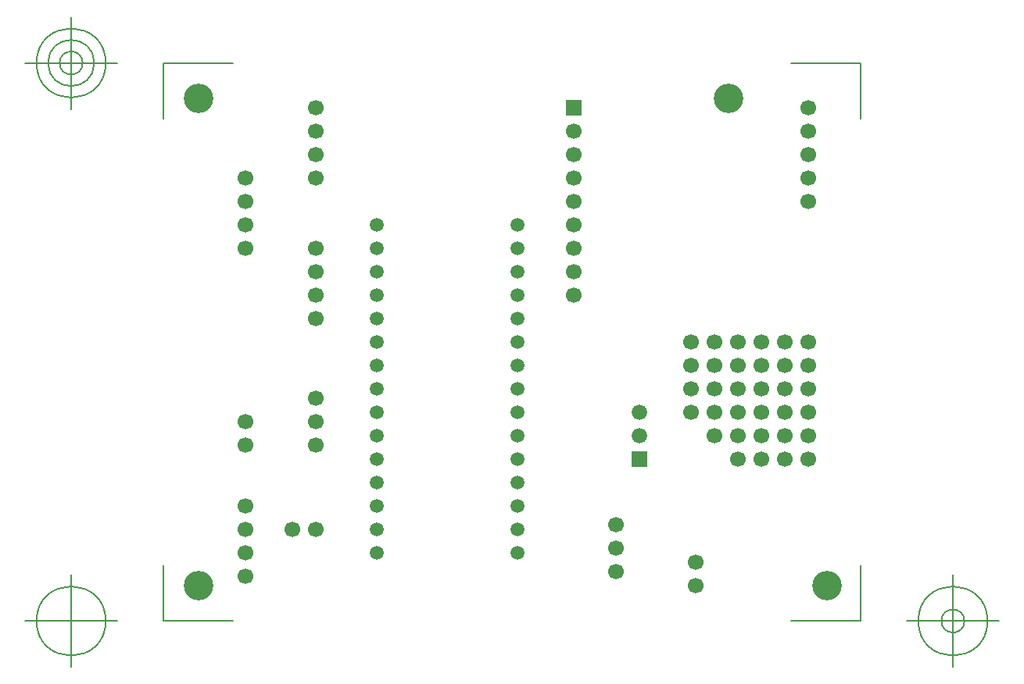
<source format=gbr>
G04 Generated by Ultiboard 14.2 *
%FSLAX34Y34*%
%MOMM*%

%ADD10C,0.0001*%
%ADD11C,0.1270*%
%ADD12C,3.2000*%
%ADD13C,1.7000*%
%ADD14R,1.7000X1.7000*%
%ADD15C,1.5000*%
%ADD16C,1.6764*%
%ADD17R,1.6764X1.6764*%


G04 ColorRGB 9900CC for the following layer *
%LNL_uc100f6tstoppmaske unten*%
%LPD*%
G54D10*
G54D11*
X-2540Y-2540D02*
X-2540Y57968D01*
X-2540Y-2540D02*
X72968Y-2540D01*
X752540Y-2540D02*
X677032Y-2540D01*
X752540Y-2540D02*
X752540Y57968D01*
X752540Y602540D02*
X752540Y542032D01*
X752540Y602540D02*
X677032Y602540D01*
X-2540Y602540D02*
X72968Y602540D01*
X-2540Y602540D02*
X-2540Y542032D01*
X-52540Y-2540D02*
X-152540Y-2540D01*
X-102540Y-52540D02*
X-102540Y47460D01*
X-140040Y-2540D02*
G75*
D01*
G02X-140040Y-2540I37500J0*
G01*
X802540Y-2540D02*
X902540Y-2540D01*
X852540Y-52540D02*
X852540Y47460D01*
X815040Y-2540D02*
G75*
D01*
G02X815040Y-2540I37500J0*
G01*
X840040Y-2540D02*
G75*
D01*
G02X840040Y-2540I12500J0*
G01*
X-52540Y602540D02*
X-152540Y602540D01*
X-102540Y552540D02*
X-102540Y652540D01*
X-140040Y602540D02*
G75*
D01*
G02X-140040Y602540I37500J0*
G01*
X-127540Y602540D02*
G75*
D01*
G02X-127540Y602540I25000J0*
G01*
X-115040Y602540D02*
G75*
D01*
G02X-115040Y602540I12500J0*
G01*
G54D12*
X35560Y35560D03*
X35560Y563880D03*
X716280Y35560D03*
X609600Y563880D03*
G54D13*
X441960Y528320D03*
X441960Y502920D03*
X441960Y477520D03*
X441960Y452120D03*
X441960Y426720D03*
X441960Y401320D03*
X441960Y375920D03*
X441960Y350520D03*
X695960Y452120D03*
X695960Y553720D03*
X695960Y528320D03*
X695960Y502920D03*
X695960Y477520D03*
X86360Y45720D03*
X86360Y71120D03*
X86360Y96520D03*
X86360Y121920D03*
X574040Y35560D03*
X574040Y60960D03*
X137160Y96520D03*
X162560Y96520D03*
X162560Y187960D03*
X162560Y213360D03*
X162560Y238760D03*
X86360Y187960D03*
X86360Y213360D03*
X162560Y325120D03*
X162560Y350520D03*
X162560Y375920D03*
X162560Y401320D03*
X86360Y477520D03*
X86360Y452120D03*
X86360Y426720D03*
X86360Y401320D03*
X162560Y477520D03*
X162560Y502920D03*
X162560Y528320D03*
X162560Y553720D03*
X487680Y50800D03*
X487680Y76200D03*
X487680Y101600D03*
X695960Y274320D03*
X670560Y274320D03*
X619760Y274320D03*
X645160Y274320D03*
X568960Y274320D03*
X594360Y274320D03*
X568960Y248920D03*
X594360Y248920D03*
X619760Y248920D03*
X645160Y248920D03*
X670560Y248920D03*
X695960Y248920D03*
X568960Y299720D03*
X594360Y299720D03*
X619760Y299720D03*
X645160Y299720D03*
X670560Y299720D03*
X695960Y299720D03*
X568960Y223520D03*
X594360Y223520D03*
X619760Y223520D03*
X645160Y223520D03*
X670560Y223520D03*
X695960Y223520D03*
X594360Y198120D03*
X619760Y198120D03*
X645160Y198120D03*
X670560Y198120D03*
X695960Y198120D03*
X619760Y172720D03*
X645160Y172720D03*
X670560Y172720D03*
X695960Y172720D03*
G54D14*
X441960Y553720D03*
G54D15*
X228600Y426720D03*
X228600Y401320D03*
X228600Y375920D03*
X228600Y350520D03*
X228600Y325120D03*
X228600Y299720D03*
X228600Y274320D03*
X228600Y248920D03*
X228600Y223520D03*
X228600Y198120D03*
X228600Y172720D03*
X228600Y147320D03*
X228600Y121920D03*
X228600Y96520D03*
X228600Y71120D03*
X381000Y426720D03*
X381000Y401320D03*
X381000Y375920D03*
X381000Y350520D03*
X381000Y325120D03*
X381000Y299720D03*
X381000Y274320D03*
X381000Y248920D03*
X381000Y223520D03*
X381000Y198120D03*
X381000Y172720D03*
X381000Y147320D03*
X381000Y121920D03*
X381000Y96520D03*
X381000Y71120D03*
G54D16*
X513080Y198120D03*
X513080Y223520D03*
G54D17*
X513080Y172720D03*

M02*

</source>
